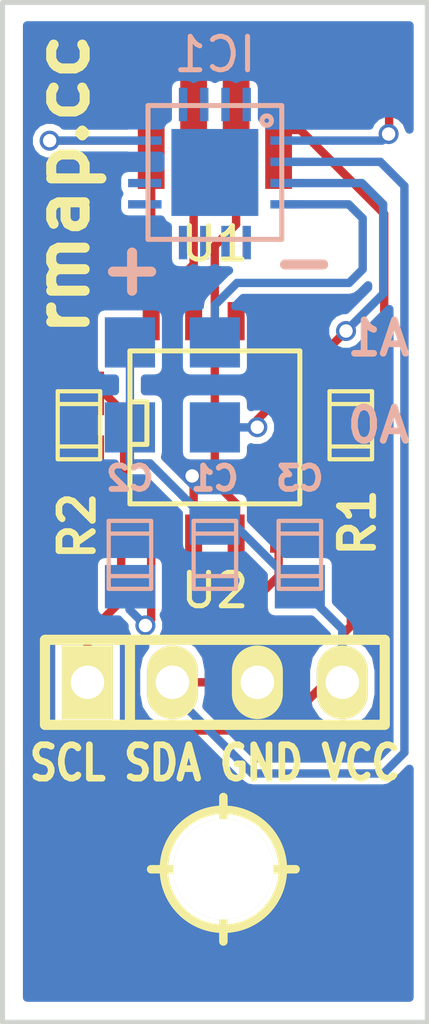
<source format=kicad_pcb>
(kicad_pcb (version 4) (host pcbnew 0.201601191447+6495~42~ubuntu14.04.1-product)

  (general
    (links 28)
    (no_connects 0)
    (area 144.704999 68.504999 157.555001 99.135001)
    (thickness 1.6)
    (drawings 12)
    (tracks 144)
    (zones 0)
    (modules 16)
    (nets 8)
  )

  (page A4)
  (title_block
    (title "Stima - Temperature - humdity breakout board")
    (date 2015-07-28)
    (company http://rmap.cc/)
    (comment 2 "Released under MIT License(MIT)")
    (comment 3 "Author: Daniele Castellari dcast78@gmail.com")
    (comment 4 "This module is part of rmap project")
  )

  (layers
    (0 F.Cu signal)
    (31 B.Cu signal hide)
    (32 B.Adhes user)
    (33 F.Adhes user)
    (34 B.Paste user)
    (35 F.Paste user)
    (36 B.SilkS user)
    (37 F.SilkS user)
    (38 B.Mask user)
    (39 F.Mask user)
    (40 Dwgs.User user)
    (41 Cmts.User user)
    (42 Eco1.User user)
    (43 Eco2.User user)
    (44 Edge.Cuts user)
    (45 Margin user)
    (46 B.CrtYd user)
    (47 F.CrtYd user)
    (48 B.Fab user)
    (49 F.Fab user)
  )

  (setup
    (last_trace_width 0.25)
    (trace_clearance 0.2)
    (zone_clearance 0.064)
    (zone_45_only yes)
    (trace_min 0.2)
    (segment_width 0.2)
    (edge_width 0.15)
    (via_size 0.6)
    (via_drill 0.4)
    (via_min_size 0.4)
    (via_min_drill 0.3)
    (uvia_size 0.3)
    (uvia_drill 0.1)
    (uvias_allowed no)
    (uvia_min_size 0.2)
    (uvia_min_drill 0.1)
    (pcb_text_width 0.3)
    (pcb_text_size 1.5 1.5)
    (mod_edge_width 0.15)
    (mod_text_size 1 1)
    (mod_text_width 0.15)
    (pad_size 1.50114 1.50114)
    (pad_drill 0)
    (pad_to_mask_clearance 0.2)
    (aux_axis_origin 0 0)
    (visible_elements 7FFFFF7F)
    (pcbplotparams
      (layerselection 0x010f0_ffffffff)
      (usegerberextensions false)
      (excludeedgelayer true)
      (linewidth 0.200000)
      (plotframeref false)
      (viasonmask false)
      (mode 1)
      (useauxorigin false)
      (hpglpennumber 1)
      (hpglpenspeed 20)
      (hpglpendiameter 15)
      (hpglpenoverlay 2)
      (psnegative false)
      (psa4output false)
      (plotreference true)
      (plotvalue true)
      (plotinvisibletext false)
      (padsonsilk false)
      (subtractmaskfromsilk false)
      (outputformat 1)
      (mirror false)
      (drillshape 0)
      (scaleselection 1)
      (outputdirectory ""))
  )

  (net 0 "")
  (net 1 +3.3V)
  (net 2 GND)
  (net 3 "Net-(C2-Pad1)")
  (net 4 SCL)
  (net 5 SDA)
  (net 6 /A0)
  (net 7 /A1)

  (net_class Default "Questo è il gruppo di collegamenti predefinito"
    (clearance 0.2)
    (trace_width 0.25)
    (via_dia 0.6)
    (via_drill 0.4)
    (uvia_dia 0.3)
    (uvia_drill 0.1)
    (add_net +3.3V)
    (add_net /A0)
    (add_net /A1)
    (add_net GND)
    (add_net "Net-(C2-Pad1)")
    (add_net SCL)
    (add_net SDA)
  )

  (module LFCSP_WQ_CP16-17:LFCSP_WQ_CP16-17 (layer B.Cu) (tedit 569FC480) (tstamp 55A038FD)
    (at 151.13 73.66 180)
    (path /559E98C1)
    (fp_text reference IC1 (at 0 3.525 180) (layer B.SilkS)
      (effects (font (size 1 1) (thickness 0.15)) (justify mirror))
    )
    (fp_text value ADT7420 (at 0 -3.81 180) (layer B.SilkS) hide
      (effects (font (size 0.8 1) (thickness 0.15)) (justify mirror))
    )
    (fp_circle (center -1.55 1.55) (end -1.45 1.45) (layer B.SilkS) (width 0.15))
    (fp_line (start -2 2) (end 2 2) (layer B.SilkS) (width 0.15))
    (fp_line (start 2 2) (end 2 -2) (layer B.SilkS) (width 0.15))
    (fp_line (start 2 -2) (end -2 -2) (layer B.SilkS) (width 0.15))
    (fp_line (start -2 -2) (end -2 2) (layer B.SilkS) (width 0.15))
    (pad 1 smd rect (at -2.159 0.9525 180) (size 1 0.25) (layers B.Cu B.Paste B.Mask)
      (net 4 SCL) (solder_mask_margin 0.07))
    (pad 2 smd rect (at -2.159 0.3175 180) (size 1 0.25) (layers B.Cu B.Paste B.Mask)
      (net 5 SDA) (solder_mask_margin 0.07))
    (pad 3 smd rect (at -2.159 -0.3175 180) (size 1 0.25) (layers B.Cu B.Paste B.Mask)
      (net 6 /A0) (solder_mask_margin 0.07))
    (pad 4 smd rect (at -2.159 -0.9525 180) (size 1 0.25) (layers B.Cu B.Paste B.Mask)
      (net 7 /A1) (solder_mask_margin 0.07))
    (pad 5 smd rect (at -0.9525 -2.0955 90) (size 1 0.25) (layers B.Cu B.Paste B.Mask)
      (solder_mask_margin 0.07))
    (pad 6 smd rect (at -0.3175 -2.0955 90) (size 1 0.25) (layers B.Cu B.Paste B.Mask)
      (solder_mask_margin 0.07))
    (pad 7 smd rect (at 0.3175 -2.0955 90) (size 1 0.25) (layers B.Cu B.Paste B.Mask)
      (solder_mask_margin 0.07))
    (pad 8 smd rect (at 0.9525 -2.0955 90) (size 1 0.25) (layers B.Cu B.Paste B.Mask)
      (solder_mask_margin 0.07))
    (pad 9 smd rect (at 2.0955 -0.9525 270) (size 0.25 1) (layers B.Cu B.Paste B.Mask)
      (solder_mask_margin 0.07))
    (pad 10 smd rect (at 2.0955 -0.3175 270) (size 0.25 1) (layers B.Cu B.Paste B.Mask)
      (solder_mask_margin 0.07))
    (pad 11 smd rect (at 2.0955 0.3175 270) (size 0.25 1) (layers B.Cu B.Paste B.Mask)
      (net 2 GND) (solder_mask_margin 0.07))
    (pad 12 smd rect (at 2.0955 0.9525 270) (size 0.25 1) (layers B.Cu B.Paste B.Mask)
      (net 1 +3.3V) (solder_mask_margin 0.07))
    (pad 13 smd rect (at 0.9525 2.032 180) (size 0.25 1) (layers B.Cu B.Paste B.Mask)
      (solder_mask_margin 0.07))
    (pad 14 smd rect (at 0.3175 2.032 180) (size 0.25 1) (layers B.Cu B.Paste B.Mask)
      (solder_mask_margin 0.07))
    (pad 15 smd rect (at -0.3175 2.032 180) (size 0.25 1) (layers B.Cu B.Paste B.Mask)
      (solder_mask_margin 0.07))
    (pad 16 smd rect (at -0.9525 2.032 180) (size 0.25 1) (layers B.Cu B.Paste B.Mask)
      (solder_mask_margin 0.07))
    (pad 17 smd rect (at 0 0 180) (size 2.6 2.6) (layers B.Cu B.Paste B.Mask))
    (model walter/smd_qfn/qfn-16.wrl
      (at (xyz 0 0 0))
      (scale (xyz 1 1 1))
      (rotate (xyz 0 0 0))
    )
  )

  (module SMD_Packages:SOIC-8-N (layer F.Cu) (tedit 569FC48F) (tstamp 559F48F6)
    (at 151.13 81.28)
    (descr "Module Narrow CMS SOJ 8 pins large")
    (tags "CMS SOJ")
    (path /559E9D81)
    (attr smd)
    (fp_text reference U2 (at 0 4.8768) (layer F.SilkS)
      (effects (font (size 1 1) (thickness 0.15)))
    )
    (fp_text value HIH6100-SOIC8 (at 0 1.27) (layer F.Fab) hide
      (effects (font (size 1 1) (thickness 0.15)))
    )
    (fp_line (start -2.54 -2.286) (end 2.54 -2.286) (layer F.SilkS) (width 0.15))
    (fp_line (start 2.54 -2.286) (end 2.54 2.286) (layer F.SilkS) (width 0.15))
    (fp_line (start 2.54 2.286) (end -2.54 2.286) (layer F.SilkS) (width 0.15))
    (fp_line (start -2.54 2.286) (end -2.54 -2.286) (layer F.SilkS) (width 0.15))
    (fp_line (start -2.54 -0.762) (end -2.032 -0.762) (layer F.SilkS) (width 0.15))
    (fp_line (start -2.032 -0.762) (end -2.032 0.508) (layer F.SilkS) (width 0.15))
    (fp_line (start -2.032 0.508) (end -2.54 0.508) (layer F.SilkS) (width 0.15))
    (pad 8 smd rect (at -1.905 -3.175) (size 0.508 1.143) (layers F.Cu F.Paste F.Mask)
      (net 1 +3.3V))
    (pad 7 smd rect (at -0.635 -3.175) (size 0.508 1.143) (layers F.Cu F.Paste F.Mask))
    (pad 6 smd rect (at 0.635 -3.175) (size 0.508 1.143) (layers F.Cu F.Paste F.Mask))
    (pad 5 smd rect (at 1.905 -3.175) (size 0.508 1.143) (layers F.Cu F.Paste F.Mask))
    (pad 4 smd rect (at 1.905 3.175) (size 0.508 1.143) (layers F.Cu F.Paste F.Mask)
      (net 5 SDA))
    (pad 3 smd rect (at 0.635 3.175) (size 0.508 1.143) (layers F.Cu F.Paste F.Mask)
      (net 4 SCL))
    (pad 2 smd rect (at -0.635 3.175) (size 0.508 1.143) (layers F.Cu F.Paste F.Mask)
      (net 2 GND))
    (pad 1 smd rect (at -1.905 3.175) (size 0.508 1.143) (layers F.Cu F.Paste F.Mask)
      (net 3 "Net-(C2-Pad1)"))
    (model walter/smd_dil/so-8.wrl
      (at (xyz 0 0 0))
      (scale (xyz 1 1 1))
      (rotate (xyz 0 0 0))
    )
  )

  (module w_smd_cap:c_0805 (layer B.Cu) (tedit 55A278BF) (tstamp 559F48A2)
    (at 151.13 85.09 90)
    (descr "SMT capacitor, 0805")
    (path /559EA38D)
    (fp_text reference C1 (at 2.286 0 180) (layer B.SilkS)
      (effects (font (size 0.7 0.7) (thickness 0.175)) (justify mirror))
    )
    (fp_text value 0.22uF (at 0 -0.9906 90) (layer B.SilkS) hide
      (effects (font (size 0.29972 0.29972) (thickness 0.06096)) (justify mirror))
    )
    (fp_line (start 0.635 0.635) (end 0.635 -0.635) (layer B.SilkS) (width 0.127))
    (fp_line (start -0.635 0.635) (end -0.635 -0.6096) (layer B.SilkS) (width 0.127))
    (fp_line (start -1.016 0.635) (end 1.016 0.635) (layer B.SilkS) (width 0.127))
    (fp_line (start 1.016 0.635) (end 1.016 -0.635) (layer B.SilkS) (width 0.127))
    (fp_line (start 1.016 -0.635) (end -1.016 -0.635) (layer B.SilkS) (width 0.127))
    (fp_line (start -1.016 -0.635) (end -1.016 0.635) (layer B.SilkS) (width 0.127))
    (pad 1 smd rect (at 0.9525 0 90) (size 1.30048 1.4986) (layers B.Cu B.Paste B.Mask)
      (net 1 +3.3V))
    (pad 2 smd rect (at -0.9525 0 90) (size 1.30048 1.4986) (layers B.Cu B.Paste B.Mask)
      (net 2 GND))
    (model walter/smd_cap/c_0805.wrl
      (at (xyz 0 0 0))
      (scale (xyz 1 1 1))
      (rotate (xyz 0 0 0))
    )
  )

  (module w_smd_cap:c_0805 (layer B.Cu) (tedit 55A278D9) (tstamp 559F48A8)
    (at 148.59 85.09 270)
    (descr "SMT capacitor, 0805")
    (path /559EA261)
    (fp_text reference C2 (at -2.286 0 360) (layer B.SilkS)
      (effects (font (size 0.7 0.7) (thickness 0.175)) (justify mirror))
    )
    (fp_text value 0.1uF (at 0 -0.9906 270) (layer B.SilkS) hide
      (effects (font (size 0.29972 0.29972) (thickness 0.06096)) (justify mirror))
    )
    (fp_line (start 0.635 0.635) (end 0.635 -0.635) (layer B.SilkS) (width 0.127))
    (fp_line (start -0.635 0.635) (end -0.635 -0.6096) (layer B.SilkS) (width 0.127))
    (fp_line (start -1.016 0.635) (end 1.016 0.635) (layer B.SilkS) (width 0.127))
    (fp_line (start 1.016 0.635) (end 1.016 -0.635) (layer B.SilkS) (width 0.127))
    (fp_line (start 1.016 -0.635) (end -1.016 -0.635) (layer B.SilkS) (width 0.127))
    (fp_line (start -1.016 -0.635) (end -1.016 0.635) (layer B.SilkS) (width 0.127))
    (pad 1 smd rect (at 0.9525 0 270) (size 1.30048 1.4986) (layers B.Cu B.Paste B.Mask)
      (net 3 "Net-(C2-Pad1)"))
    (pad 2 smd rect (at -0.9525 0 270) (size 1.30048 1.4986) (layers B.Cu B.Paste B.Mask)
      (net 2 GND))
    (model walter/smd_cap/c_0805.wrl
      (at (xyz 0 0 0))
      (scale (xyz 1 1 1))
      (rotate (xyz 0 0 0))
    )
  )

  (module w_smd_cap:c_0805 (layer B.Cu) (tedit 55A278AA) (tstamp 559F48AE)
    (at 153.67 85.09 270)
    (descr "SMT capacitor, 0805")
    (path /559F4863)
    (fp_text reference C3 (at -2.286 0 360) (layer B.SilkS)
      (effects (font (size 0.7 0.7) (thickness 0.175)) (justify mirror))
    )
    (fp_text value 0.1uF (at 0 -0.9906 270) (layer B.SilkS) hide
      (effects (font (size 0.29972 0.29972) (thickness 0.06096)) (justify mirror))
    )
    (fp_line (start 0.635 0.635) (end 0.635 -0.635) (layer B.SilkS) (width 0.127))
    (fp_line (start -0.635 0.635) (end -0.635 -0.6096) (layer B.SilkS) (width 0.127))
    (fp_line (start -1.016 0.635) (end 1.016 0.635) (layer B.SilkS) (width 0.127))
    (fp_line (start 1.016 0.635) (end 1.016 -0.635) (layer B.SilkS) (width 0.127))
    (fp_line (start 1.016 -0.635) (end -1.016 -0.635) (layer B.SilkS) (width 0.127))
    (fp_line (start -1.016 -0.635) (end -1.016 0.635) (layer B.SilkS) (width 0.127))
    (pad 1 smd rect (at 0.9525 0 270) (size 1.30048 1.4986) (layers B.Cu B.Paste B.Mask)
      (net 1 +3.3V))
    (pad 2 smd rect (at -0.9525 0 270) (size 1.30048 1.4986) (layers B.Cu B.Paste B.Mask)
      (net 2 GND))
    (model walter/smd_cap/c_0805.wrl
      (at (xyz 0 0 0))
      (scale (xyz 1 1 1))
      (rotate (xyz 0 0 0))
    )
  )

  (module w_pin_strip:pin_strip_4 (layer F.Cu) (tedit 559FE1F5) (tstamp 559F48D8)
    (at 151.13 88.9)
    (descr "Pin strip 4pin")
    (tags "CONN DEV")
    (path /559EA456)
    (fp_text reference P3 (at 0 -2.159) (layer F.SilkS) hide
      (effects (font (size 1.016 1.016) (thickness 0.2032)))
    )
    (fp_text value CONN_01X04 (at 0.254 -3.556) (layer F.SilkS) hide
      (effects (font (size 1.016 0.889) (thickness 0.2032)))
    )
    (fp_line (start -2.54 -1.27) (end -2.54 1.27) (layer F.SilkS) (width 0.3048))
    (fp_line (start 5.08 1.27) (end -5.08 1.27) (layer F.SilkS) (width 0.3048))
    (fp_line (start -5.08 -1.27) (end 5.08 -1.27) (layer F.SilkS) (width 0.3048))
    (fp_line (start -5.08 1.27) (end -5.08 -1.27) (layer F.SilkS) (width 0.3048))
    (fp_line (start 5.08 -1.27) (end 5.08 1.27) (layer F.SilkS) (width 0.3048))
    (pad 1 thru_hole rect (at -3.81 0) (size 1.524 2.19964) (drill 1.00076) (layers *.Cu *.Mask F.SilkS)
      (net 4 SCL))
    (pad 2 thru_hole oval (at -1.27 0) (size 1.524 2.19964) (drill 1.00076) (layers *.Cu *.Mask F.SilkS)
      (net 5 SDA))
    (pad 3 thru_hole oval (at 1.27 0) (size 1.524 2.19964) (drill 1.00076) (layers *.Cu *.Mask F.SilkS)
      (net 2 GND))
    (pad 4 thru_hole oval (at 3.81 0) (size 1.524 2.19964) (drill 1.00076) (layers *.Cu *.Mask F.SilkS)
      (net 1 +3.3V))
    (model walter/pin_strip/pin_strip_4.wrl
      (at (xyz 0 0 0))
      (scale (xyz 1 1 1))
      (rotate (xyz 0 0 0))
    )
  )

  (module sip4_angled:SIP4_ANGLED (layer F.Cu) (tedit 569FC499) (tstamp 559F48EA)
    (at 151.13 71.12)
    (path /559E995C)
    (fp_text reference U1 (at 0 4.6736) (layer F.SilkS)
      (effects (font (size 1 1) (thickness 0.15)))
    )
    (fp_text value HIH6100 (at 0 4.445) (layer F.Fab) hide
      (effects (font (size 1 1) (thickness 0.15)))
    )
    (pad 4 smd rect (at 1.905 1.27) (size 0.8 3.524) (layers F.Cu F.Paste F.Mask)
      (net 5 SDA))
    (pad 3 smd rect (at 0.635 1.27) (size 0.8 3.524) (layers F.Cu F.Paste F.Mask)
      (net 4 SCL))
    (pad 2 smd rect (at -0.635 1.27) (size 0.8 3.524) (layers F.Cu F.Paste F.Mask)
      (net 2 GND))
    (pad 1 smd rect (at -1.905 1.27) (size 0.8 3.524) (layers F.Cu F.Paste F.Mask)
      (net 1 +3.3V))
  )

  (module Measurement_Points:Measurement_Point_Square-SMD-Pad_Small (layer B.Cu) (tedit 55A276CE) (tstamp 559FE1D4)
    (at 153.67 78.74)
    (descr "Mesurement Point, Square, SMD Pad,  1.5mm x 1.5mm,")
    (tags "Mesurement Point, Square, SMD Pad, 1.5mm x 1.5mm,")
    (path /559EB1CB)
    (fp_text reference GND1 (at 0 3.81) (layer B.SilkS) hide
      (effects (font (size 1 1) (thickness 0.15)) (justify mirror))
    )
    (fp_text value GND (at 2.54 -3.81) (layer B.Fab) hide
      (effects (font (size 1 1) (thickness 0.15)) (justify mirror))
    )
    (pad 1 smd rect (at 0 0) (size 1.50114 1.50114) (layers B.Cu B.Paste B.Mask)
      (net 2 GND))
  )

  (module Measurement_Points:Measurement_Point_Square-SMD-Pad_Small (layer B.Cu) (tedit 55A27732) (tstamp 559FE1D8)
    (at 148.59 78.74)
    (descr "Mesurement Point, Square, SMD Pad,  1.5mm x 1.5mm,")
    (tags "Mesurement Point, Square, SMD Pad, 1.5mm x 1.5mm,")
    (path /559EB186)
    (fp_text reference 3.3V1 (at 0 3.81) (layer B.SilkS) hide
      (effects (font (size 1 1) (thickness 0.15)) (justify mirror))
    )
    (fp_text value 3.3V (at 2.54 -3.81) (layer B.Fab) hide
      (effects (font (size 1 1) (thickness 0.15)) (justify mirror))
    )
    (pad 1 smd rect (at 0 0) (size 1.50114 1.50114) (layers B.Cu B.Paste B.Mask)
      (net 1 +3.3V))
  )

  (module Measurement_Points:Measurement_Point_Square-SMD-Pad_Small (layer B.Cu) (tedit 559FE1FA) (tstamp 559FE1DC)
    (at 151.13 81.28)
    (descr "Mesurement Point, Square, SMD Pad,  1.5mm x 1.5mm,")
    (tags "Mesurement Point, Square, SMD Pad, 1.5mm x 1.5mm,")
    (path /559EB156)
    (fp_text reference P4 (at 0 3.81) (layer B.SilkS) hide
      (effects (font (size 1 1) (thickness 0.15)) (justify mirror))
    )
    (fp_text value A0 (at 2.54 -3.81) (layer B.Fab) hide
      (effects (font (size 1 1) (thickness 0.15)) (justify mirror))
    )
    (pad 1 smd rect (at 0 0) (size 1.50114 1.50114) (layers B.Cu B.Paste B.Mask)
      (net 6 /A0))
  )

  (module Measurement_Points:Measurement_Point_Square-SMD-Pad_Small (layer B.Cu) (tedit 559FE1F0) (tstamp 559FE1E0)
    (at 151.13 78.74)
    (descr "Mesurement Point, Square, SMD Pad,  1.5mm x 1.5mm,")
    (tags "Mesurement Point, Square, SMD Pad, 1.5mm x 1.5mm,")
    (path /559EB0AC)
    (fp_text reference A1 (at 0 3.81) (layer B.SilkS) hide
      (effects (font (size 1 1) (thickness 0.15)) (justify mirror))
    )
    (fp_text value A1 (at 2.54 -3.81) (layer B.Fab) hide
      (effects (font (size 1 1) (thickness 0.15)) (justify mirror))
    )
    (pad 1 smd rect (at 0 0) (size 1.50114 1.50114) (layers B.Cu B.Paste B.Mask)
      (net 7 /A1))
  )

  (module Measurement_Points:Measurement_Point_Square-SMD-Pad_Small (layer F.Cu) (tedit 55A277C6) (tstamp 55A275B3)
    (at 148.59 81.28)
    (descr "Mesurement Point, Square, SMD Pad,  1.5mm x 1.5mm,")
    (tags "Mesurement Point, Square, SMD Pad, 1.5mm x 1.5mm,")
    (path /55A2743D)
    (fp_text reference 3.3V2 (at 0 -3.81) (layer F.SilkS) hide
      (effects (font (size 1 1) (thickness 0.15)))
    )
    (fp_text value 3.3V (at 2.54 3.81) (layer F.Fab) hide
      (effects (font (size 1 1) (thickness 0.15)))
    )
    (pad 1 smd rect (at 0 0) (size 1.50114 1.50114) (layers B.Cu B.Paste B.Mask)
      (net 1 +3.3V))
  )

  (module Measurement_Points:Measurement_Point_Square-SMD-Pad_Small (layer F.Cu) (tedit 55A276FC) (tstamp 55A275B8)
    (at 153.67 81.28)
    (descr "Mesurement Point, Square, SMD Pad,  1.5mm x 1.5mm,")
    (tags "Mesurement Point, Square, SMD Pad, 1.5mm x 1.5mm,")
    (path /55A27521)
    (fp_text reference GND3 (at 0 -3.81) (layer F.SilkS) hide
      (effects (font (size 1 1) (thickness 0.15)))
    )
    (fp_text value GND (at 2.54 3.81) (layer F.Fab) hide
      (effects (font (size 1 1) (thickness 0.15)))
    )
    (pad 1 smd rect (at 0 0) (size 1.50114 1.50114) (layers B.Cu B.Paste B.Mask)
      (net 2 GND))
  )

  (module w_details:hole_3mm (layer F.Cu) (tedit 55A27907) (tstamp 55A278E9)
    (at 151.384 94.488)
    (descr "Hole 3mm")
    (fp_text reference hole_3mm (at 0 -3.302) (layer F.SilkS) hide
      (effects (font (thickness 0.3048)))
    )
    (fp_text value VAL** (at 5.334 0) (layer F.SilkS) hide
      (effects (font (thickness 0.3048)))
    )
    (fp_line (start 0 -2.159) (end 0 2.159) (layer F.SilkS) (width 0.254))
    (fp_line (start -2.159 0) (end 2.159 0) (layer F.SilkS) (width 0.254))
    (fp_circle (center 0 0) (end 1.778 0) (layer F.SilkS) (width 0.254))
    (pad 1 thru_hole circle (at 0 0) (size 2.99974 2.99974) (drill 2.99974) (layers *.Cu F.SilkS))
    (model walter/details/hole.wrl
      (at (xyz 0 0 0))
      (scale (xyz 1 1 1))
      (rotate (xyz 0 0 0))
    )
  )

  (module w_smd_resistors:r_0805 (layer F.Cu) (tedit 5688E5C3) (tstamp 568847F7)
    (at 155.194 81.2165 270)
    (descr "SMT resistor, 0805")
    (path /5688484C)
    (fp_text reference R1 (at 2.9083 -0.2032 270) (layer F.SilkS)
      (effects (font (size 1 1) (thickness 0.2)))
    )
    (fp_text value R (at 0 0.9906 270) (layer F.SilkS) hide
      (effects (font (size 0.29972 0.29972) (thickness 0.06096)))
    )
    (fp_line (start 0.635 -0.635) (end 0.635 0.635) (layer F.SilkS) (width 0.127))
    (fp_line (start -0.635 -0.635) (end -0.635 0.6096) (layer F.SilkS) (width 0.127))
    (fp_line (start -1.016 -0.635) (end 1.016 -0.635) (layer F.SilkS) (width 0.127))
    (fp_line (start 1.016 -0.635) (end 1.016 0.635) (layer F.SilkS) (width 0.127))
    (fp_line (start 1.016 0.635) (end -1.016 0.635) (layer F.SilkS) (width 0.127))
    (fp_line (start -1.016 0.635) (end -1.016 -0.635) (layer F.SilkS) (width 0.127))
    (pad 1 smd rect (at 0.9525 0 270) (size 1.30048 1.4986) (layers F.Cu F.Paste F.Mask)
      (net 1 +3.3V))
    (pad 2 smd rect (at -0.9525 0 270) (size 1.30048 1.4986) (layers F.Cu F.Paste F.Mask)
      (net 5 SDA))
    (model walter/smd_resistors/r_0805.wrl
      (at (xyz 0 0 0))
      (scale (xyz 1 1 1))
      (rotate (xyz 0 0 0))
    )
  )

  (module w_smd_resistors:r_0805 (layer F.Cu) (tedit 5688E5DD) (tstamp 568847FD)
    (at 147.066 81.2165 270)
    (descr "SMT resistor, 0805")
    (path /568848F5)
    (fp_text reference R2 (at 3.0099 0.0508 270) (layer F.SilkS)
      (effects (font (size 1 1) (thickness 0.2)))
    )
    (fp_text value R (at 0 0.9906 270) (layer F.SilkS) hide
      (effects (font (size 0.29972 0.29972) (thickness 0.06096)))
    )
    (fp_line (start 0.635 -0.635) (end 0.635 0.635) (layer F.SilkS) (width 0.127))
    (fp_line (start -0.635 -0.635) (end -0.635 0.6096) (layer F.SilkS) (width 0.127))
    (fp_line (start -1.016 -0.635) (end 1.016 -0.635) (layer F.SilkS) (width 0.127))
    (fp_line (start 1.016 -0.635) (end 1.016 0.635) (layer F.SilkS) (width 0.127))
    (fp_line (start 1.016 0.635) (end -1.016 0.635) (layer F.SilkS) (width 0.127))
    (fp_line (start -1.016 0.635) (end -1.016 -0.635) (layer F.SilkS) (width 0.127))
    (pad 1 smd rect (at 0.9525 0 270) (size 1.30048 1.4986) (layers F.Cu F.Paste F.Mask)
      (net 1 +3.3V))
    (pad 2 smd rect (at -0.9525 0 270) (size 1.30048 1.4986) (layers F.Cu F.Paste F.Mask)
      (net 4 SCL))
    (model walter/smd_resistors/r_0805.wrl
      (at (xyz 0 0 0))
      (scale (xyz 1 1 1))
      (rotate (xyz 0 0 0))
    )
  )

  (gr_text "SCL SDA GND VCC" (at 151.13 91.313) (layer F.SilkS)
    (effects (font (size 1 0.8) (thickness 0.2)))
  )
  (gr_text A1 (at 156.0195 78.613) (layer B.SilkS)
    (effects (font (size 1 1) (thickness 0.2)) (justify mirror))
  )
  (gr_text rmap.cc (at 146.558 74.0156 90) (layer F.SilkS)
    (effects (font (size 1.5 1.5) (thickness 0.3)))
  )
  (gr_text - (at 153.797 76.5175 180) (layer B.SilkS)
    (effects (font (size 1.5 1.5) (thickness 0.3)) (justify mirror))
  )
  (gr_text + (at 148.6535 76.5175) (layer B.SilkS)
    (effects (font (size 1.5 1.5) (thickness 0.3)) (justify mirror))
  )
  (gr_text A0 (at 156.0195 81.2165) (layer B.SilkS)
    (effects (font (size 1 1) (thickness 0.2)) (justify mirror))
  )
  (gr_line (start 157.48 99.06) (end 157.48 91.44) (angle 90) (layer Edge.Cuts) (width 0.15))
  (gr_line (start 144.78 99.06) (end 157.48 99.06) (angle 90) (layer Edge.Cuts) (width 0.15))
  (gr_line (start 144.78 91.44) (end 144.78 99.06) (angle 90) (layer Edge.Cuts) (width 0.15))
  (gr_line (start 144.78 68.58) (end 144.78 91.44) (angle 90) (layer Edge.Cuts) (width 0.15))
  (gr_line (start 157.48 68.58) (end 144.78 68.58) (angle 90) (layer Edge.Cuts) (width 0.15))
  (gr_line (start 157.48 91.44) (end 157.48 68.58) (angle 90) (layer Edge.Cuts) (width 0.15))

  (segment (start 154.94 88.9) (end 154.93719 88.90281) (width 0.25) (layer B.Cu) (net 1))
  (segment (start 154.93719 88.90281) (end 154.93719 87.30969) (width 0.25) (layer B.Cu) (net 1))
  (segment (start 154.93719 87.30969) (end 153.67 86.0425) (width 0.25) (layer B.Cu) (net 1))
  (segment (start 149.225 78.105) (end 149.225 77.6566) (width 0.25) (layer F.Cu) (net 1))
  (segment (start 149.225 77.6566) (end 146.399509 77.6566) (width 0.25) (layer F.Cu) (net 1))
  (segment (start 145.771228 81.512236) (end 146.427992 82.169) (width 0.25) (layer F.Cu) (net 1))
  (segment (start 146.399509 77.6566) (end 145.771228 78.284881) (width 0.25) (layer F.Cu) (net 1))
  (segment (start 145.771228 78.284881) (end 145.771228 81.512236) (width 0.25) (layer F.Cu) (net 1))
  (segment (start 146.427992 82.169) (end 147.066 82.169) (width 0.25) (layer F.Cu) (net 1))
  (segment (start 149.225 74.4773) (end 149.225 78.105) (width 0.25) (layer F.Cu) (net 1))
  (segment (start 153.67 86.0425) (end 153.57094 86.0425) (width 0.25) (layer B.Cu) (net 1))
  (segment (start 153.57094 86.0425) (end 151.66594 84.1375) (width 0.25) (layer B.Cu) (net 1))
  (segment (start 151.66594 84.1375) (end 151.13 84.1375) (width 0.25) (layer B.Cu) (net 1))
  (segment (start 146.613964 72.71004) (end 146.1897 72.71004) (width 0.25) (layer F.Cu) (net 1))
  (segment (start 149.02324 72.71004) (end 146.613964 72.71004) (width 0.25) (layer F.Cu) (net 1))
  (segment (start 149.225 72.9118) (end 149.02324 72.71004) (width 0.25) (layer F.Cu) (net 1))
  (segment (start 146.19224 72.7075) (end 146.1897 72.71004) (width 0.25) (layer B.Cu) (net 1))
  (segment (start 149.0345 72.7075) (end 146.19224 72.7075) (width 0.25) (layer B.Cu) (net 1))
  (via (at 146.1897 72.71004) (size 0.6) (drill 0.4) (layers F.Cu B.Cu) (net 1))
  (segment (start 155.194 87.2208) (end 154.94 87.4748) (width 0.25) (layer F.Cu) (net 1))
  (segment (start 155.194 82.169) (end 155.194 87.2208) (width 0.25) (layer F.Cu) (net 1))
  (segment (start 149.225 72.39) (end 149.225 72.9118) (width 0.25) (layer F.Cu) (net 1))
  (segment (start 149.225 72.9118) (end 149.225 74.4773) (width 0.25) (layer F.Cu) (net 1))
  (segment (start 148.59 78.74) (end 148.59 81.28) (width 0.25) (layer B.Cu) (net 1))
  (segment (start 148.59 81.28) (end 148.59 82.3559) (width 0.25) (layer B.Cu) (net 1))
  (segment (start 150.9723 84.1375) (end 151.13 84.1375) (width 0.25) (layer B.Cu) (net 1))
  (segment (start 149.1907 82.3559) (end 150.9723 84.1375) (width 0.25) (layer B.Cu) (net 1))
  (segment (start 148.59 82.3559) (end 149.1907 82.3559) (width 0.25) (layer B.Cu) (net 1))
  (segment (start 154.94 88.9) (end 154.94 88.4085) (width 0.25) (layer F.Cu) (net 1))
  (segment (start 154.94 88.4085) (end 154.94 87.4748) (width 0.25) (layer F.Cu) (net 1))
  (segment (start 146.2326 83.9779) (end 147.066 83.1445) (width 0.25) (layer F.Cu) (net 1))
  (segment (start 146.2326 90.1519) (end 146.2326 83.9779) (width 0.25) (layer F.Cu) (net 1))
  (segment (start 146.4199 90.3392) (end 146.2326 90.1519) (width 0.25) (layer F.Cu) (net 1))
  (segment (start 153.0093 90.3392) (end 146.4199 90.3392) (width 0.25) (layer F.Cu) (net 1))
  (segment (start 154.94 88.4085) (end 153.0093 90.3392) (width 0.25) (layer F.Cu) (net 1))
  (segment (start 147.066 82.169) (end 147.066 83.1445) (width 0.25) (layer F.Cu) (net 1))
  (segment (start 150.4504 82.7312) (end 150.495 82.7758) (width 0.25) (layer F.Cu) (net 2))
  (segment (start 150.495 82.7758) (end 150.495 84.0066) (width 0.25) (layer F.Cu) (net 2))
  (segment (start 150.495 84.0066) (end 150.495 84.455) (width 0.25) (layer F.Cu) (net 2))
  (segment (start 156.0448 86.41324) (end 153.76906 84.1375) (width 0.25) (layer B.Cu) (net 2))
  (segment (start 156.0448 89.6954) (end 156.0448 86.41324) (width 0.25) (layer B.Cu) (net 2))
  (segment (start 155.3771 90.3631) (end 156.0448 89.6954) (width 0.25) (layer B.Cu) (net 2))
  (segment (start 153.52528 90.3631) (end 155.3771 90.3631) (width 0.25) (layer B.Cu) (net 2))
  (segment (start 152.4 89.23782) (end 153.52528 90.3631) (width 0.25) (layer B.Cu) (net 2))
  (segment (start 152.4 88.9) (end 152.4 89.23782) (width 0.25) (layer B.Cu) (net 2))
  (segment (start 153.76906 84.1375) (end 153.67 84.1375) (width 0.25) (layer B.Cu) (net 2))
  (segment (start 152.4 88.9) (end 152.4 87.238921) (width 0.25) (layer B.Cu) (net 2))
  (segment (start 152.4 87.238921) (end 151.209259 86.04818) (width 0.25) (layer B.Cu) (net 2))
  (segment (start 151.209259 86.04818) (end 151.13568 86.04818) (width 0.25) (layer B.Cu) (net 2))
  (segment (start 151.13568 86.04818) (end 151.13 86.0425) (width 0.25) (layer B.Cu) (net 2))
  (segment (start 150.495 72.39) (end 150.495 76.408194) (width 0.25) (layer F.Cu) (net 2))
  (segment (start 150.495 76.408194) (end 149.85236 77.050834) (width 0.25) (layer F.Cu) (net 2))
  (segment (start 149.85236 77.050834) (end 149.85236 82.13316) (width 0.25) (layer F.Cu) (net 2))
  (segment (start 149.85236 82.13316) (end 150.4504 82.7312) (width 0.25) (layer F.Cu) (net 2))
  (segment (start 148.59 84.1375) (end 149.12594 84.1375) (width 0.25) (layer B.Cu) (net 2))
  (segment (start 149.12594 84.1375) (end 151.03094 86.0425) (width 0.25) (layer B.Cu) (net 2))
  (segment (start 151.03094 86.0425) (end 151.13 86.0425) (width 0.25) (layer B.Cu) (net 2))
  (segment (start 149.1273 84.1375) (end 146.4205 81.4307) (width 0.25) (layer B.Cu) (net 2))
  (segment (start 146.4205 81.4307) (end 146.4205 74.017761) (width 0.25) (layer B.Cu) (net 2))
  (segment (start 146.4205 74.017761) (end 147.094052 73.344209) (width 0.25) (layer B.Cu) (net 2))
  (segment (start 147.094052 73.344209) (end 149.032791 73.344209) (width 0.25) (layer B.Cu) (net 2))
  (segment (start 149.032791 73.344209) (end 149.0345 73.3425) (width 0.25) (layer B.Cu) (net 2))
  (via (at 150.4504 82.7312) (size 0.6) (layers F.Cu B.Cu) (net 2))
  (segment (start 153.67 84.1375) (end 153.67 83.162) (width 0.25) (layer B.Cu) (net 2))
  (segment (start 148.59 84.1375) (end 149.1273 84.1375) (width 0.25) (layer B.Cu) (net 2))
  (segment (start 153.67 81.28) (end 153.67 78.74) (width 0.25) (layer B.Cu) (net 2))
  (segment (start 153.67 82.7312) (end 150.4504 82.7312) (width 0.25) (layer B.Cu) (net 2))
  (segment (start 153.67 81.28) (end 153.67 82.7312) (width 0.25) (layer B.Cu) (net 2))
  (segment (start 153.67 82.7312) (end 153.67 83.162) (width 0.25) (layer B.Cu) (net 2))
  (segment (start 148.59 86.0425) (end 148.59 86.262323) (width 0.25) (layer B.Cu) (net 3))
  (segment (start 148.59 86.262323) (end 148.578663 86.27366) (width 0.25) (layer B.Cu) (net 3))
  (segment (start 148.578663 86.27366) (end 148.578663 86.725863) (width 0.25) (layer B.Cu) (net 3))
  (segment (start 148.578663 86.725863) (end 149.0529 87.2001) (width 0.25) (layer B.Cu) (net 3))
  (segment (start 149.0529 87.2001) (end 149.225 87.028) (width 0.25) (layer F.Cu) (net 3))
  (segment (start 149.225 87.028) (end 149.225 85.3518) (width 0.25) (layer F.Cu) (net 3))
  (segment (start 149.225 85.3518) (end 149.225 84.455) (width 0.25) (layer F.Cu) (net 3))
  (via (at 149.0529 87.2001) (size 0.6) (layers F.Cu B.Cu) (net 3))
  (segment (start 147.066 80.264) (end 147.830678 80.264) (width 0.25) (layer F.Cu) (net 4))
  (segment (start 147.830678 80.264) (end 148.416297 80.849619) (width 0.25) (layer F.Cu) (net 4))
  (segment (start 148.416297 80.849619) (end 148.416297 83.206999) (width 0.25) (layer F.Cu) (net 4))
  (segment (start 148.416297 83.206999) (end 148.739398 83.5301) (width 0.25) (layer F.Cu) (net 4))
  (segment (start 149.6173 83.5301) (end 148.739398 83.5301) (width 0.25) (layer F.Cu) (net 4))
  (segment (start 148.739398 83.5301) (end 148.328108 83.94139) (width 0.25) (layer F.Cu) (net 4))
  (segment (start 148.328108 83.94139) (end 148.328108 86.466792) (width 0.25) (layer F.Cu) (net 4))
  (segment (start 147.32 88.9) (end 147.32 87.4749) (width 0.25) (layer F.Cu) (net 4))
  (segment (start 147.32 87.4749) (end 148.328108 86.466792) (width 0.25) (layer F.Cu) (net 4))
  (segment (start 151.765 84.455) (end 151.765 83.5582) (width 0.25) (layer F.Cu) (net 4))
  (segment (start 151.127227 82.920427) (end 151.127227 75.849073) (width 0.25) (layer F.Cu) (net 4))
  (segment (start 151.765 83.5582) (end 151.127227 82.920427) (width 0.25) (layer F.Cu) (net 4))
  (segment (start 151.127227 75.849073) (end 151.765 75.2113) (width 0.25) (layer F.Cu) (net 4))
  (segment (start 151.765 75.2113) (end 151.765 72.39) (width 0.25) (layer F.Cu) (net 4))
  (segment (start 151.765 84.455) (end 151.765 85.738884) (width 0.25) (layer F.Cu) (net 4))
  (segment (start 151.765 85.738884) (end 150.22313 85.738884) (width 0.25) (layer F.Cu) (net 4))
  (segment (start 150.22313 85.738884) (end 149.873012 85.388766) (width 0.25) (layer F.Cu) (net 4))
  (segment (start 149.873012 85.388766) (end 149.873012 83.785812) (width 0.25) (layer F.Cu) (net 4))
  (segment (start 149.873012 83.785812) (end 149.6173 83.5301) (width 0.25) (layer F.Cu) (net 4))
  (segment (start 151.765 72.39) (end 151.765 71.028) (width 0.25) (layer F.Cu) (net 4))
  (segment (start 151.765 71.028) (end 152.58232 70.21068) (width 0.25) (layer F.Cu) (net 4))
  (segment (start 152.58232 70.21068) (end 155.34894 70.21068) (width 0.25) (layer F.Cu) (net 4))
  (segment (start 155.34894 70.21068) (end 156.33954 71.20128) (width 0.25) (layer F.Cu) (net 4))
  (segment (start 156.33954 71.20128) (end 156.33954 72.49668) (width 0.25) (layer F.Cu) (net 4))
  (segment (start 156.33954 72.49668) (end 156.3243 72.51192) (width 0.25) (layer F.Cu) (net 4))
  (segment (start 153.289 72.7075) (end 156.12872 72.7075) (width 0.25) (layer B.Cu) (net 4))
  (segment (start 156.12872 72.7075) (end 156.3243 72.51192) (width 0.25) (layer B.Cu) (net 4))
  (via (at 156.3243 72.51192) (size 0.6) (drill 0.4) (layers F.Cu B.Cu) (net 4))
  (segment (start 149.86 88.9) (end 149.86 89.23782) (width 0.25) (layer B.Cu) (net 5))
  (segment (start 149.86 89.23782) (end 152.247225 91.625045) (width 0.25) (layer B.Cu) (net 5))
  (segment (start 152.247225 91.625045) (end 156.169812 91.625045) (width 0.25) (layer B.Cu) (net 5))
  (segment (start 156.169812 91.625045) (end 156.797 90.997857) (width 0.25) (layer B.Cu) (net 5))
  (segment (start 156.797 90.997857) (end 156.797 74.063578) (width 0.25) (layer B.Cu) (net 5))
  (segment (start 156.797 74.063578) (end 156.075922 73.3425) (width 0.25) (layer B.Cu) (net 5))
  (segment (start 156.075922 73.3425) (end 154.039 73.3425) (width 0.25) (layer B.Cu) (net 5))
  (segment (start 154.039 73.3425) (end 153.289 73.3425) (width 0.25) (layer B.Cu) (net 5))
  (segment (start 155.194 79.36376) (end 155.194 80.264) (width 0.25) (layer F.Cu) (net 5))
  (segment (start 153.035 72.39) (end 153.685 72.39) (width 0.25) (layer F.Cu) (net 5))
  (segment (start 153.685 72.39) (end 156.1933 74.8983) (width 0.25) (layer F.Cu) (net 5))
  (segment (start 156.1933 78.36446) (end 155.194 79.36376) (width 0.25) (layer F.Cu) (net 5))
  (segment (start 156.1933 74.8983) (end 156.1933 78.36446) (width 0.25) (layer F.Cu) (net 5))
  (segment (start 149.86 88.9) (end 150.9473 88.9) (width 0.25) (layer F.Cu) (net 5))
  (segment (start 153.035 85.725) (end 153.035 84.455) (width 0.25) (layer F.Cu) (net 5))
  (segment (start 150.9473 87.8127) (end 153.035 85.725) (width 0.25) (layer F.Cu) (net 5))
  (segment (start 150.9473 88.9) (end 150.9473 87.8127) (width 0.25) (layer F.Cu) (net 5))
  (segment (start 153.035 82.423) (end 155.194 80.264) (width 0.25) (layer F.Cu) (net 5))
  (segment (start 153.035 84.455) (end 153.035 82.423) (width 0.25) (layer F.Cu) (net 5))
  (segment (start 152.3976 81.2741) (end 152.3976 81.051812) (width 0.25) (layer F.Cu) (net 6))
  (segment (start 152.3976 81.051812) (end 154.750601 78.698811) (width 0.25) (layer F.Cu) (net 6))
  (segment (start 154.750601 78.698811) (end 155.0506 78.398812) (width 0.25) (layer F.Cu) (net 6))
  (segment (start 153.289 73.9775) (end 155.528872 73.9775) (width 0.25) (layer B.Cu) (net 6))
  (segment (start 155.528872 73.9775) (end 156.162267 74.610895) (width 0.25) (layer B.Cu) (net 6))
  (segment (start 156.162267 77.287145) (end 155.350599 78.098813) (width 0.25) (layer B.Cu) (net 6))
  (segment (start 156.162267 74.610895) (end 156.162267 77.287145) (width 0.25) (layer B.Cu) (net 6))
  (segment (start 155.350599 78.098813) (end 155.0506 78.398812) (width 0.25) (layer B.Cu) (net 6))
  (via (at 155.0506 78.398812) (size 0.6) (drill 0.4) (layers F.Cu B.Cu) (net 6))
  (via (at 152.3976 81.2741) (size 0.6) (layers F.Cu B.Cu) (net 6))
  (segment (start 152.3917 81.28) (end 152.3976 81.2741) (width 0.25) (layer B.Cu) (net 6))
  (segment (start 151.13 81.28) (end 152.3917 81.28) (width 0.25) (layer B.Cu) (net 6))
  (segment (start 151.7904 76.962) (end 151.13 77.6224) (width 0.25) (layer B.Cu) (net 7))
  (segment (start 151.13 77.6224) (end 151.13 78.74) (width 0.25) (layer B.Cu) (net 7))
  (segment (start 155.1432 76.962) (end 151.7904 76.962) (width 0.25) (layer B.Cu) (net 7))
  (segment (start 155.5496 76.5556) (end 155.1432 76.962) (width 0.25) (layer B.Cu) (net 7))
  (segment (start 155.5496 75.0316) (end 155.5496 76.5556) (width 0.25) (layer B.Cu) (net 7))
  (segment (start 155.1305 74.6125) (end 155.5496 75.0316) (width 0.25) (layer B.Cu) (net 7))
  (segment (start 153.289 74.6125) (end 155.1305 74.6125) (width 0.25) (layer B.Cu) (net 7))
  (segment (start 153.289 74.6125) (end 153.664 74.6125) (width 0.25) (layer B.Cu) (net 7))

  (zone (net 0) (net_name "") (layer B.Cu) (tstamp 559FE2D7) (hatch edge 0.508)
    (connect_pads (clearance 0.254))
    (min_thickness 0.508)
    (keepout (tracks not_allowed) (vias not_allowed) (copperpour allowed))
    (fill yes (arc_segments 16) (thermal_gap 0.509) (thermal_bridge_width 0.509))
    (polygon
      (pts
        (xy 152.4 74.93) (xy 149.86 74.93) (xy 149.86 72.39) (xy 152.4 72.39)
      )
    )
  )
  (zone (net 0) (net_name "") (layer B.Cu) (tstamp 5688486A) (hatch edge 0.508)
    (connect_pads (clearance 0.064))
    (min_thickness 0.254)
    (keepout (tracks not_allowed) (vias not_allowed) (copperpour allowed))
    (fill yes (arc_segments 16) (thermal_gap 0.254) (thermal_bridge_width 0.5))
    (polygon
      (pts
        (xy 155.448 72.136) (xy 152.654 72.136) (xy 152.654 70.358) (xy 155.448 70.358) (xy 155.448 72.136)
      )
    )
    (filled_polygon
      (pts
        (xy 155.321 72.009) (xy 152.781 72.009) (xy 152.781 70.485) (xy 155.321 70.485)
      )
    )
  )
  (zone (net 0) (net_name "") (layer B.Cu) (tstamp 56884880) (hatch edge 0.508)
    (connect_pads (clearance 0.064))
    (min_thickness 0.254)
    (keepout (tracks not_allowed) (vias not_allowed) (copperpour allowed))
    (fill yes (arc_segments 16) (thermal_gap 0.254) (thermal_bridge_width 0.5))
    (polygon
      (pts
        (xy 149.606 72.136) (xy 149.606 70.358) (xy 146.812 70.358) (xy 146.812 72.0725) (xy 146.7485 72.136)
        (xy 149.5425 72.136)
      )
    )
    (filled_polygon
      (pts
        (xy 149.479 72.009) (xy 146.939 72.009) (xy 146.939 70.485) (xy 149.479 70.485)
      )
    )
  )
  (zone (net 0) (net_name "") (layer B.Cu) (tstamp 568848A1) (hatch edge 0.508)
    (connect_pads (clearance 0.064))
    (min_thickness 0.254)
    (keepout (tracks not_allowed) (vias not_allowed) (copperpour allowed))
    (fill yes (arc_segments 16) (thermal_gap 0.254) (thermal_bridge_width 0.5))
    (polygon
      (pts
        (xy 149.6695 76.327) (xy 152.527 76.327) (xy 152.527 75.1205) (xy 155.5115 75.1205) (xy 155.5115 76.454)
        (xy 152.527 76.454) (xy 152.527 77.47) (xy 149.6695 77.47) (xy 149.6695 76.454) (xy 146.7485 76.454)
        (xy 146.7485 75.1205) (xy 149.6695 75.1205) (xy 149.6695 76.327)
      )
    )
    (filled_polygon
      (pts
        (xy 149.836681 76.578496) (xy 149.976715 76.6365) (xy 150.01975 76.6365) (xy 150.067344 76.588906) (xy 150.287656 76.588906)
        (xy 150.33525 76.6365) (xy 150.378285 76.6365) (xy 150.495 76.588155) (xy 150.611715 76.6365) (xy 150.65475 76.6365)
        (xy 150.702344 76.588906) (xy 150.922656 76.588906) (xy 150.97025 76.6365) (xy 151.013285 76.6365) (xy 151.13 76.588155)
        (xy 151.246715 76.6365) (xy 151.28975 76.6365) (xy 151.337344 76.588906) (xy 151.550828 76.588906) (xy 151.470788 76.642387)
        (xy 150.810388 77.302788) (xy 150.783519 77.343) (xy 149.7965 77.343) (xy 149.7965 76.538315)
      )
    )
    (filled_polygon
      (pts
        (xy 149.5425 76.327) (xy 146.8755 76.327) (xy 146.8755 75.2475) (xy 149.5425 75.2475)
      )
    )
    (filled_polygon
      (pts
        (xy 155.0976 76.327) (xy 152.654 76.327) (xy 152.654 75.274816) (xy 152.681316 75.2475) (xy 155.0976 75.2475)
      )
    )
  )
  (zone (net 0) (net_name "") (layer F.Cu) (tstamp 5688D49D) (hatch edge 0.508)
    (connect_pads (clearance 0.064))
    (min_thickness 0.254)
    (keepout (tracks not_allowed) (vias not_allowed) (copperpour allowed))
    (fill yes (arc_segments 16) (thermal_gap 0.254) (thermal_bridge_width 0.5))
    (polygon
      (pts
        (xy 149.6695 76.454) (xy 146.7485 76.454) (xy 146.7485 75.1205) (xy 149.6695 75.1205) (xy 149.6695 76.454)
      )
    )
    (filled_polygon
      (pts
        (xy 148.773 76.327) (xy 146.8755 76.327) (xy 146.8755 75.2475) (xy 148.773 75.2475)
      )
    )
  )
  (zone (net 0) (net_name "") (layer F.Cu) (tstamp 5688D4AF) (hatch edge 0.508)
    (connect_pads (clearance 0.064))
    (min_thickness 0.254)
    (keepout (tracks not_allowed) (vias not_allowed) (copperpour allowed))
    (fill yes (arc_segments 16) (thermal_gap 0.254) (thermal_bridge_width 0.5))
    (polygon
      (pts
        (xy 155.5115 76.454) (xy 152.527 76.454) (xy 152.527 75.1205) (xy 155.5115 75.1205) (xy 155.5115 76.454)
      )
    )
    (filled_polygon
      (pts
        (xy 155.3845 76.327) (xy 152.654 76.327) (xy 152.654 75.2475) (xy 155.3845 75.2475)
      )
    )
  )
  (zone (net 2) (net_name GND) (layer B.Cu) (tstamp 5698D65B) (hatch edge 0.508)
    (connect_pads yes (clearance 0.064))
    (min_thickness 0.254)
    (fill yes (arc_segments 16) (thermal_gap 0.508) (thermal_bridge_width 0.508))
    (polygon
      (pts
        (xy 157.0736 98.4504) (xy 145.3896 98.4504) (xy 145.3896 69.1388) (xy 157.0736 69.1388) (xy 157.0736 98.4504)
      )
    )
    (filled_polygon
      (pts
        (xy 156.9466 72.37611) (xy 156.856155 72.157217) (xy 156.679931 71.980685) (xy 156.449565 71.885029) (xy 156.200129 71.884811)
        (xy 155.969597 71.980065) (xy 155.793065 72.156289) (xy 155.751869 72.2555) (xy 153.821205 72.2555) (xy 153.789 72.249094)
        (xy 152.789 72.249094) (xy 152.743159 72.258212) (xy 152.738027 72.232411) (xy 152.665754 72.124246) (xy 152.557589 72.051973)
        (xy 152.540906 72.048655) (xy 152.540906 71.128) (xy 152.515527 71.000411) (xy 152.443254 70.892246) (xy 152.335089 70.819973)
        (xy 152.2075 70.794594) (xy 151.9575 70.794594) (xy 151.829911 70.819973) (xy 151.765 70.863345) (xy 151.700089 70.819973)
        (xy 151.5725 70.794594) (xy 151.3225 70.794594) (xy 151.194911 70.819973) (xy 151.13 70.863345) (xy 151.065089 70.819973)
        (xy 150.9375 70.794594) (xy 150.6875 70.794594) (xy 150.559911 70.819973) (xy 150.495 70.863345) (xy 150.430089 70.819973)
        (xy 150.3025 70.794594) (xy 150.0525 70.794594) (xy 149.924911 70.819973) (xy 149.816746 70.892246) (xy 149.744473 71.000411)
        (xy 149.719094 71.128) (xy 149.719094 72.048655) (xy 149.702411 72.051973) (xy 149.594246 72.124246) (xy 149.521973 72.232411)
        (xy 149.518655 72.249094) (xy 148.5345 72.249094) (xy 148.502295 72.2555) (xy 146.621892 72.2555) (xy 146.545331 72.178805)
        (xy 146.314965 72.083149) (xy 146.065529 72.082931) (xy 145.834997 72.178185) (xy 145.658465 72.354409) (xy 145.562809 72.584775)
        (xy 145.562591 72.834211) (xy 145.657845 73.064743) (xy 145.834069 73.241275) (xy 146.064435 73.336931) (xy 146.313871 73.337149)
        (xy 146.544403 73.241895) (xy 146.626942 73.1595) (xy 148.502295 73.1595) (xy 148.5345 73.165906) (xy 149.496594 73.165906)
        (xy 149.496594 73.519094) (xy 148.5345 73.519094) (xy 148.406911 73.544473) (xy 148.298746 73.616746) (xy 148.226473 73.724911)
        (xy 148.201094 73.8525) (xy 148.201094 74.1025) (xy 148.226473 74.230089) (xy 148.269845 74.295) (xy 148.226473 74.359911)
        (xy 148.201094 74.4875) (xy 148.201094 74.7375) (xy 148.226473 74.865089) (xy 148.298746 74.973254) (xy 148.406911 75.045527)
        (xy 148.5345 75.070906) (xy 149.518655 75.070906) (xy 149.521973 75.087589) (xy 149.594246 75.195754) (xy 149.702411 75.268027)
        (xy 149.719094 75.271345) (xy 149.719094 76.2555) (xy 149.744473 76.383089) (xy 149.816746 76.491254) (xy 149.924911 76.563527)
        (xy 150.0525 76.588906) (xy 150.3025 76.588906) (xy 150.430089 76.563527) (xy 150.495 76.520155) (xy 150.559911 76.563527)
        (xy 150.6875 76.588906) (xy 150.9375 76.588906) (xy 151.065089 76.563527) (xy 151.13 76.520155) (xy 151.194911 76.563527)
        (xy 151.3225 76.588906) (xy 151.550828 76.588906) (xy 151.470788 76.642387) (xy 150.810388 77.302788) (xy 150.712406 77.449427)
        (xy 150.678 77.6224) (xy 150.678 77.656024) (xy 150.37943 77.656024) (xy 150.251841 77.681403) (xy 150.143676 77.753676)
        (xy 150.071403 77.861841) (xy 150.046024 77.98943) (xy 150.046024 79.49057) (xy 150.071403 79.618159) (xy 150.143676 79.726324)
        (xy 150.251841 79.798597) (xy 150.37943 79.823976) (xy 151.88057 79.823976) (xy 152.008159 79.798597) (xy 152.116324 79.726324)
        (xy 152.188597 79.618159) (xy 152.213976 79.49057) (xy 152.213976 77.98943) (xy 152.188597 77.861841) (xy 152.116324 77.753676)
        (xy 152.008159 77.681403) (xy 151.88057 77.656024) (xy 151.7356 77.656024) (xy 151.977625 77.414) (xy 155.1432 77.414)
        (xy 155.316173 77.379594) (xy 155.462812 77.281612) (xy 155.710267 77.034158) (xy 155.710267 77.099921) (xy 155.038387 77.771801)
        (xy 154.926429 77.771703) (xy 154.695897 77.866957) (xy 154.519365 78.043181) (xy 154.423709 78.273547) (xy 154.423491 78.522983)
        (xy 154.518745 78.753515) (xy 154.694969 78.930047) (xy 154.925335 79.025703) (xy 155.174771 79.025921) (xy 155.405303 78.930667)
        (xy 155.581835 78.754443) (xy 155.677491 78.524077) (xy 155.67759 78.411046) (xy 156.345 77.743636) (xy 156.345 90.810633)
        (xy 155.982588 91.173045) (xy 152.434449 91.173045) (xy 150.879015 89.617611) (xy 150.949 89.265773) (xy 150.949 88.534227)
        (xy 150.866105 88.117485) (xy 150.630039 87.764188) (xy 150.276742 87.528122) (xy 149.86 87.445227) (xy 149.609315 87.495091)
        (xy 149.679791 87.325365) (xy 149.680009 87.075929) (xy 149.602264 86.887771) (xy 149.647327 86.820329) (xy 149.672706 86.69274)
        (xy 149.672706 85.39226) (xy 149.647327 85.264671) (xy 149.575054 85.156506) (xy 149.466889 85.084233) (xy 149.3393 85.058854)
        (xy 147.8407 85.058854) (xy 147.713111 85.084233) (xy 147.604946 85.156506) (xy 147.532673 85.264671) (xy 147.507294 85.39226)
        (xy 147.507294 86.69274) (xy 147.532673 86.820329) (xy 147.604946 86.928494) (xy 147.713111 87.000767) (xy 147.8407 87.026146)
        (xy 148.246136 87.026146) (xy 148.259051 87.045475) (xy 148.425889 87.212313) (xy 148.425791 87.324271) (xy 148.521045 87.554803)
        (xy 148.697269 87.731335) (xy 148.927635 87.826991) (xy 149.047927 87.827096) (xy 148.853895 88.117485) (xy 148.771 88.534227)
        (xy 148.771 89.265773) (xy 148.853895 89.682515) (xy 149.089961 90.035812) (xy 149.443258 90.271878) (xy 149.86 90.354773)
        (xy 150.258469 90.275513) (xy 151.927613 91.944657) (xy 152.074252 92.042639) (xy 152.247225 92.077045) (xy 156.169812 92.077045)
        (xy 156.342785 92.042639) (xy 156.489424 91.944657) (xy 156.9466 91.487481) (xy 156.9466 98.3234) (xy 145.5166 98.3234)
        (xy 145.5166 94.849793) (xy 149.556814 94.849793) (xy 149.834352 95.521487) (xy 150.34781 96.035842) (xy 151.019019 96.314552)
        (xy 151.745793 96.315186) (xy 152.417487 96.037648) (xy 152.931842 95.52419) (xy 153.210552 94.852981) (xy 153.211186 94.126207)
        (xy 152.933648 93.454513) (xy 152.42019 92.940158) (xy 151.748981 92.661448) (xy 151.022207 92.660814) (xy 150.350513 92.938352)
        (xy 149.836158 93.45181) (xy 149.557448 94.123019) (xy 149.556814 94.849793) (xy 145.5166 94.849793) (xy 145.5166 87.80018)
        (xy 146.224594 87.80018) (xy 146.224594 89.99982) (xy 146.249973 90.127409) (xy 146.322246 90.235574) (xy 146.430411 90.307847)
        (xy 146.558 90.333226) (xy 148.082 90.333226) (xy 148.209589 90.307847) (xy 148.317754 90.235574) (xy 148.390027 90.127409)
        (xy 148.415406 89.99982) (xy 148.415406 87.80018) (xy 148.390027 87.672591) (xy 148.317754 87.564426) (xy 148.209589 87.492153)
        (xy 148.082 87.466774) (xy 146.558 87.466774) (xy 146.430411 87.492153) (xy 146.322246 87.564426) (xy 146.249973 87.672591)
        (xy 146.224594 87.80018) (xy 145.5166 87.80018) (xy 145.5166 77.98943) (xy 147.506024 77.98943) (xy 147.506024 79.49057)
        (xy 147.531403 79.618159) (xy 147.603676 79.726324) (xy 147.711841 79.798597) (xy 147.83943 79.823976) (xy 148.138 79.823976)
        (xy 148.138 80.196024) (xy 147.83943 80.196024) (xy 147.711841 80.221403) (xy 147.603676 80.293676) (xy 147.531403 80.401841)
        (xy 147.506024 80.52943) (xy 147.506024 82.03057) (xy 147.531403 82.158159) (xy 147.603676 82.266324) (xy 147.711841 82.338597)
        (xy 147.83943 82.363976) (xy 148.139606 82.363976) (xy 148.172406 82.528873) (xy 148.270388 82.675512) (xy 148.417027 82.773494)
        (xy 148.59 82.8079) (xy 149.003476 82.8079) (xy 150.047294 83.851718) (xy 150.047294 84.78774) (xy 150.072673 84.915329)
        (xy 150.144946 85.023494) (xy 150.253111 85.095767) (xy 150.3807 85.121146) (xy 151.8793 85.121146) (xy 151.988617 85.099401)
        (xy 152.587294 85.698078) (xy 152.587294 86.69274) (xy 152.612673 86.820329) (xy 152.684946 86.928494) (xy 152.793111 87.000767)
        (xy 152.9207 87.026146) (xy 154.014422 87.026146) (xy 154.48519 87.496914) (xy 154.48519 87.553558) (xy 154.169961 87.764188)
        (xy 153.933895 88.117485) (xy 153.851 88.534227) (xy 153.851 89.265773) (xy 153.933895 89.682515) (xy 154.169961 90.035812)
        (xy 154.523258 90.271878) (xy 154.94 90.354773) (xy 155.356742 90.271878) (xy 155.710039 90.035812) (xy 155.946105 89.682515)
        (xy 156.029 89.265773) (xy 156.029 88.534227) (xy 155.946105 88.117485) (xy 155.710039 87.764188) (xy 155.38919 87.549803)
        (xy 155.38919 87.30969) (xy 155.354784 87.136717) (xy 155.256802 86.990078) (xy 154.752706 86.485982) (xy 154.752706 85.39226)
        (xy 154.727327 85.264671) (xy 154.655054 85.156506) (xy 154.546889 85.084233) (xy 154.4193 85.058854) (xy 153.226518 85.058854)
        (xy 152.212706 84.045042) (xy 152.212706 83.48726) (xy 152.187327 83.359671) (xy 152.115054 83.251506) (xy 152.006889 83.179233)
        (xy 151.8793 83.153854) (xy 150.627878 83.153854) (xy 149.642023 82.167999) (xy 149.648597 82.158159) (xy 149.673976 82.03057)
        (xy 149.673976 80.52943) (xy 150.046024 80.52943) (xy 150.046024 82.03057) (xy 150.071403 82.158159) (xy 150.143676 82.266324)
        (xy 150.251841 82.338597) (xy 150.37943 82.363976) (xy 151.88057 82.363976) (xy 152.008159 82.338597) (xy 152.116324 82.266324)
        (xy 152.188597 82.158159) (xy 152.213976 82.03057) (xy 152.213976 81.876758) (xy 152.272335 81.900991) (xy 152.521771 81.901209)
        (xy 152.752303 81.805955) (xy 152.928835 81.629731) (xy 153.024491 81.399365) (xy 153.024709 81.149929) (xy 152.929455 80.919397)
        (xy 152.753231 80.742865) (xy 152.522865 80.647209) (xy 152.273429 80.646991) (xy 152.213976 80.671557) (xy 152.213976 80.52943)
        (xy 152.188597 80.401841) (xy 152.116324 80.293676) (xy 152.008159 80.221403) (xy 151.88057 80.196024) (xy 150.37943 80.196024)
        (xy 150.251841 80.221403) (xy 150.143676 80.293676) (xy 150.071403 80.401841) (xy 150.046024 80.52943) (xy 149.673976 80.52943)
        (xy 149.648597 80.401841) (xy 149.576324 80.293676) (xy 149.468159 80.221403) (xy 149.34057 80.196024) (xy 149.042 80.196024)
        (xy 149.042 79.823976) (xy 149.34057 79.823976) (xy 149.468159 79.798597) (xy 149.576324 79.726324) (xy 149.648597 79.618159)
        (xy 149.673976 79.49057) (xy 149.673976 77.98943) (xy 149.648597 77.861841) (xy 149.576324 77.753676) (xy 149.468159 77.681403)
        (xy 149.34057 77.656024) (xy 147.83943 77.656024) (xy 147.711841 77.681403) (xy 147.603676 77.753676) (xy 147.531403 77.861841)
        (xy 147.506024 77.98943) (xy 145.5166 77.98943) (xy 145.5166 69.2658) (xy 156.9466 69.2658)
      )
    )
  )
)

</source>
